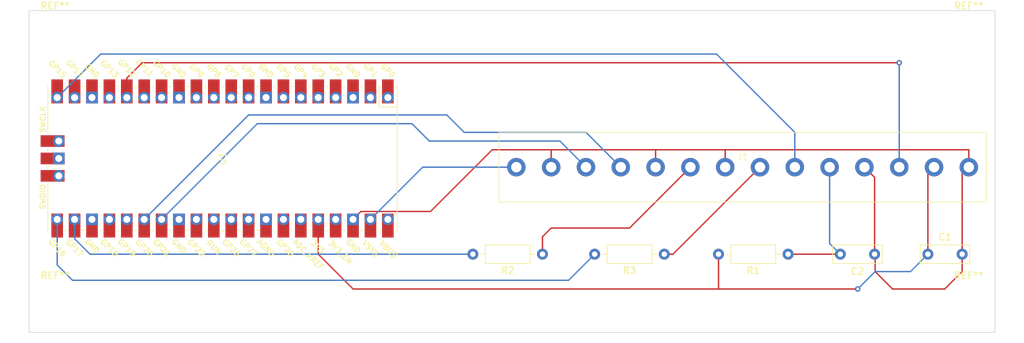
<source format=kicad_pcb>
(kicad_pcb (version 20221018) (generator pcbnew)
  (layers (0 "F.Cu" signal) (31 "B.Cu" signal) (34 "B.Paste" user) (35 "F.Paste" user) (36 "B.SilkS" user "B.Silkscreen") (37 "F.SilkS" user "F.Silkscreen") (38 "B.Mask" user) (39 "F.Mask" user) (44 "Edge.Cuts" user))
  (net 0 "")
  (net 1 "Net-(J1-Pin_13)")
  (net 3 "Net-(J1-Pin_11)")
  (net 4 "Net-(J1-Pin_10)")
  (net 5 "Net-(J1-Pin_1)")
  (net 6 "Net-(J1-Pin_3)")
  (net 7 "Net-(J1-Pin_4)")
  (net 8 "Net-(J1-Pin_6)")
  (net 9 "Net-(J1-Pin_8)")
  (net 10 "Net-(J1-Pin_9)")
  (net 11 "Net-(J1-Pin_12)")
  (net 12 "Net-(U1-GPIO17)")
  (net 13 "Net-(U1-GPIO16)")
  (net 28 "unconnected-(U1-GPIO11-Pad15)")
  (footprint "Resistor_THT:R_Axial_DIN0207_L6.3mm_D2.5mm_P10.16mm_Horizontal" (layer "F.Cu") (at 148.59 81.28 180)
    (fp_text reference "R2" (at 5.08 -2.37) (layer "F.SilkS"))
    (fp_text value "67Ω")
    (fp_line (start 1.04 0) (end 1.81 0) (stroke (width 0.12)) (layer "F.SilkS"))
    (fp_line (start 1.81 -1.37) (end 1.81 1.37) (stroke (width 0.12)) (layer "F.SilkS"))
    (fp_line (start 1.81 1.37) (end 8.35 1.37) (stroke (width 0.12)) (layer "F.SilkS"))
    (fp_line (start 8.35 -1.37) (end 1.81 -1.37) (stroke (width 0.12)) (layer "F.SilkS"))
    (fp_line (start 8.35 1.37) (end 8.35 -1.37) (stroke (width 0.12)) (layer "F.SilkS"))
    (fp_line (start 9.12 0) (end 8.35 0) (stroke (width 0.12)) (layer "F.SilkS"))
    (pad "1" thru_hole circle (at 0 0 180) (size 1.6 1.6) (drill 0.8) (layers "*.Cu" "*.Mask") (net 8 "Net-(J1-Pin_6)"))
    (pad "2" thru_hole oval (at 10.16 0 180) (size 1.6 1.6) (drill 0.8) (layers "*.Cu" "*.Mask") (net 12 "Net-(U1-GPIO17)"))
  )
  (footprint "Capacitor_THT:C_Disc_D7.0mm_W2.5mm_P5.00mm" (layer "F.Cu") (at 197.0632 81.28 180)
    (fp_text reference "C2" (at 2.5 -2.5) (layer "F.SilkS"))
    (fp_text value "100μF")
    (fp_line (start -1.12 -1.37) (end -1.12 1.37) (stroke (width 0.12)) (layer "F.SilkS"))
    (fp_line (start -1.12 -1.37) (end 6.12 -1.37) (stroke (width 0.12)) (layer "F.SilkS"))
    (fp_line (start -1.12 1.37) (end 6.12 1.37) (stroke (width 0.12)) (layer "F.SilkS"))
    (fp_line (start 6.12 -1.37) (end 6.12 1.37) (stroke (width 0.12)) (layer "F.SilkS"))
    (pad "1" thru_hole circle (at 0 0 180) (size 1.6 1.6) (drill 0.8) (layers "*.Cu" "*.Mask") (net 3 "Net-(J1-Pin_11)"))
    (pad "2" thru_hole circle (at 5 0 180) (size 1.6 1.6) (drill 0.8) (layers "*.Cu" "*.Mask") (net 4 "Net-(J1-Pin_10)"))
  )
  (footprint "MCU_RaspberryPi_and_Boards:RPi_Pico_SMD_TH" (layer "F.Cu") (at 101.8932 67.31 -90)
    (fp_text reference "U1" (at 0 0 90) (layer "F.SilkS"))
    (fp_text value "Pico")
    (fp_text user "VSYS" (at 13.2 -21.59 135) (layer "F.SilkS") (effects (font (size 0.8 0.8))))
    (fp_text user "GP15" (at -13.054 24.13 135) (layer "F.SilkS") (effects (font (size 0.8 0.8))))
    (fp_text user "GP5" (at -12.8 -8.89 135) (layer "F.SilkS") (effects (font (size 0.8 0.8))))
    (fp_text user "3V3" (at 12.9 -13.9 135) (layer "F.SilkS") (effects (font (size 0.8 0.8))))
    (fp_text user "GND" (at -12.8 -19.05 135) (layer "F.SilkS") (effects (font (size 0.8 0.8))))
    (fp_text user "GND" (at 12.8 19.05 135) (layer "F.SilkS") (effects (font (size 0.8 0.8))))
    (fp_text user "GP4" (at -12.8 -11.43 135) (layer "F.SilkS") (effects (font (size 0.8 0.8))))
    (fp_text user "GP27" (at 13.054 -3.8 135) (layer "F.SilkS") (effects (font (size 0.8 0.8))))
    (fp_text user "VBUS" (at 13.3 -24.2 135) (layer "F.SilkS") (effects (font (size 0.8 0.8))))
    (fp_text user "ADC_VREF" (at 14 -12.5 135) (layer "F.SilkS") (effects (font (size 0.8 0.8))))
    (fp_text user "GP26" (at 13.054 -1.27 135) (layer "F.SilkS") (effects (font (size 0.8 0.8))))
    (fp_text user "GP20" (at 13.054 11.43 135) (layer "F.SilkS") (effects (font (size 0.8 0.8))))
    (fp_text user "GP10" (at -13.054 8.89 135) (layer "F.SilkS") (effects (font (size 0.8 0.8))))
    (fp_text user "GP7" (at -12.7 -1.3 135) (layer "F.SilkS") (effects (font (size 0.8 0.8))))
    (fp_text user "GP14" (at -13.1 21.59 135) (layer "F.SilkS") (effects (font (size 0.8 0.8))))
    (fp_text user "GP12" (at -13.2 13.97 135) (layer "F.SilkS") (effects (font (size 0.8 0.8))))
    (fp_text user "GND" (at 12.8 -19.05 135) (layer "F.SilkS") (effects (font (size 0.8 0.8))))
    (fp_text user "GND" (at -12.8 -6.35 135) (layer "F.SilkS") (effects (font (size 0.8 0.8))))
    (fp_text user "SWCLK" (at -5.7 26.2 90) (layer "F.SilkS") (effects (font (size 0.8 0.8))))
    (fp_text user "GND" (at -12.8 19.05 135) (layer "F.SilkS") (effects (font (size 0.8 0.8))))
    (fp_text user "GP18" (at 13.054 16.51 135) (layer "F.SilkS") (effects (font (size 0.8 0.8))))
    (fp_text user "GP22" (at 13.054 3.81 135) (layer "F.SilkS") (effects (font (size 0.8 0.8))))
    (fp_text user "GP16" (at 13.054 24.13 135) (layer "F.SilkS") (effects (font (size 0.8 0.8))))
    (fp_text user "GP13" (at -13.054 16.51 135) (layer "F.SilkS") (effects (font (size 0.8 0.8))))
    (fp_text user "GP9" (at -12.8 3.81 135) (layer "F.SilkS") (effects (font (size 0.8 0.8))))
    (fp_text user "GP19" (at 13.054 13.97 135) (layer "F.SilkS") (effects (font (size 0.8 0.8))))
    (fp_text user "3V3_EN" (at 13.7 -17.2 135) (layer "F.SilkS") (effects (font (size 0.8 0.8))))
    (fp_text user "GP8" (at -12.8 1.27 135) (layer "F.SilkS") (effects (font (size 0.8 0.8))))
    (fp_text user "GND" (at 12.8 6.35 135) (layer "F.SilkS") (effects (font (size 0.8 0.8))))
    (fp_text user "GND" (at -12.8 6.35 135) (layer "F.SilkS") (effects (font (size 0.8 0.8))))
    (fp_text user "AGND" (at 13.054 -6.35 135) (layer "F.SilkS") (effects (font (size 0.8 0.8))))
    (fp_text user "GP21" (at 13.054 8.9 135) (layer "F.SilkS") (effects (font (size 0.8 0.8))))
    (fp_text user "SWDIO" (at 5.6 26.2 90) (layer "F.SilkS") (effects (font (size 0.8 0.8))))
    (fp_text user "GP0" (at -12.8 -24.13 135) (layer "F.SilkS") (effects (font (size 0.8 0.8))))
    (fp_text user "GP11" (at -13.2 11.43 135) (layer "F.SilkS") (effects (font (size 0.8 0.8))))
    (fp_text user "GP3" (at -12.8 -13.97 135) (layer "F.SilkS") (effects (font (size 0.8 0.8))))
    (fp_text user "GP6" (at -12.8 -3.81 135) (layer "F.SilkS") (effects (font (size 0.8 0.8))))
    (fp_text user "RUN" (at 13 1.27 135) (layer "F.SilkS") (effects (font (size 0.8 0.8))))
    (fp_text user "GP28" (at 13.054 -9.144 135) (layer "F.SilkS") (effects (font (size 0.8 0.8))))
    (fp_text user "GP1" (at -12.9 -21.6 135) (layer "F.SilkS") (effects (font (size 0.8 0.8))))
    (fp_text user "GP17" (at 13.054 21.59 135) (layer "F.SilkS") (effects (font (size 0.8 0.8))))
    (fp_text user "GP2" (at -12.9 -16.51 135) (layer "F.SilkS") (effects (font (size 0.8 0.8))))
    (fp_line (start -10.5 -25.5) (end -10.5 -25.2) (stroke (width 0.12)) (layer "F.SilkS"))
    (fp_line (start -10.5 -25.5) (end 10.5 -25.5) (stroke (width 0.12)) (layer "F.SilkS"))
    (fp_line (start -10.5 -23.1) (end -10.5 -22.7) (stroke (width 0.12)) (layer "F.SilkS"))
    (fp_line (start -10.5 -22.833) (end -7.493 -22.833) (stroke (width 0.12)) (layer "F.SilkS"))
    (fp_line (start -10.5 -20.5) (end -10.5 -20.1) (stroke (width 0.12)) (layer "F.SilkS"))
    (fp_line (start -10.5 -18) (end -10.5 -17.6) (stroke (width 0.12)) (layer "F.SilkS"))
    (fp_line (start -10.5 -15.4) (end -10.5 -15) (stroke (width 0.12)) (layer "F.SilkS"))
    (fp_line (start -10.5 -12.9) (end -10.5 -12.5) (stroke (width 0.12)) (layer "F.SilkS"))
    (fp_line (start -10.5 -10.4) (end -10.5 -10) (stroke (width 0.12)) (layer "F.SilkS"))
    (fp_line (start -10.5 -7.8) (end -10.5 -7.4) (stroke (width 0.12)) (layer "F.SilkS"))
    (fp_line (start -10.5 -5.3) (end -10.5 -4.9) (stroke (width 0.12)) (layer "F.SilkS"))
    (fp_line (start -10.5 -2.7) (end -10.5 -2.3) (stroke (width 0.12)) (layer "F.SilkS"))
    (fp_line (start -10.5 -0.2) (end -10.5 0.2) (stroke (width 0.12)) (layer "F.SilkS"))
    (fp_line (start -10.5 2.3) (end -10.5 2.7) (stroke (width 0.12)) (layer "F.SilkS"))
    (fp_line (start -10.5 4.9) (end -10.5 5.3) (stroke (width 0.12)) (layer "F.SilkS"))
    (fp_line (start -10.5 7.4) (end -10.5 7.8) (stroke (width 0.12)) (layer "F.SilkS"))
    (fp_line (start -10.5 10) (end -10.5 10.4) (stroke (width 0.12)) (layer "F.SilkS"))
    (fp_line (start -10.5 12.5) (end -10.5 12.9) (stroke (width 0.12)) (layer "F.SilkS"))
    (fp_line (start -10.5 15.1) (end -10.5 15.5) (stroke (width 0.12)) (layer "F.SilkS"))
    (fp_line (start -10.5 17.6) (end -10.5 18) (stroke (width 0.12)) (layer "F.SilkS"))
    (fp_line (start -10.5 20.1) (end -10.5 20.5) (stroke (width 0.12)) (layer "F.SilkS"))
    (fp_line (start -10.5 22.7) (end -10.5 23.1) (stroke (width 0.12)) (layer "F.SilkS"))
    (fp_line (start -7.493 -22.833) (end -7.493 -25.5) (stroke (width 0.12)) (layer "F.SilkS"))
    (fp_line (start -3.7 25.5) (end -10.5 25.5) (stroke (width 0.12)) (layer "F.SilkS"))
    (fp_line (start -1.5 25.5) (end -1.1 25.5) (stroke (width 0.12)) (layer "F.SilkS"))
    (fp_line (start 1.1 25.5) (end 1.5 25.5) (stroke (width 0.12)) (layer "F.SilkS"))
    (fp_line (start 10.5 -25.5) (end 10.5 -25.2) (stroke (width 0.12)) (layer "F.SilkS"))
    (fp_line (start 10.5 -23.1) (end 10.5 -22.7) (stroke (width 0.12)) (layer "F.SilkS"))
    (fp_line (start 10.5 -20.5) (end 10.5 -20.1) (stroke (width 0.12)) (layer "F.SilkS"))
    (fp_line (start 10.5 -18) (end 10.5 -17.6) (stroke (width 0.12)) (layer "F.SilkS"))
    (fp_line (start 10.5 -15.4) (end 10.5 -15) (stroke (width 0.12)) (layer "F.SilkS"))
    (fp_line (start 10.5 -12.9) (end 10.5 -12.5) (stroke (width 0.12)) (layer "F.SilkS"))
    (fp_line (start 10.5 -10.4) (end 10.5 -10) (stroke (width 0.12)) (layer "F.SilkS"))
    (fp_line (start 10.5 -7.8) (end 10.5 -7.4) (stroke (width 0.12)) (layer "F.SilkS"))
    (fp_line (start 10.5 -5.3) (end 10.5 -4.9) (stroke (width 0.12)) (layer "F.SilkS"))
    (fp_line (start 10.5 -2.7) (end 10.5 -2.3) (stroke (width 0.12)) (layer "F.SilkS"))
    (fp_line (start 10.5 -0.2) (end 10.5 0.2) (stroke (width 0.12)) (layer "F.SilkS"))
    (fp_line (start 10.5 2.3) (end 10.5 2.7) (stroke (width 0.12)) (layer "F.SilkS"))
    (fp_line (start 10.5 4.9) (end 10.5 5.3) (stroke (width 0.12)) (layer "F.SilkS"))
    (fp_line (start 10.5 7.4) (end 10.5 7.8) (stroke (width 0.12)) (layer "F.SilkS"))
    (fp_line (start 10.5 10) (end 10.5 10.4) (stroke (width 0.12)) (layer "F.SilkS"))
    (fp_line (start 10.5 12.5) (end 10.5 12.9) (stroke (width 0.12)) (layer "F.SilkS"))
    (fp_line (start 10.5 15.1) (end 10.5 15.5) (stroke (width 0.12)) (layer "F.SilkS"))
    (fp_line (start 10.5 17.6) (end 10.5 18) (stroke (width 0.12)) (layer "F.SilkS"))
    (fp_line (start 10.5 20.1) (end 10.5 20.5) (stroke (width 0.12)) (layer "F.SilkS"))
    (fp_line (start 10.5 22.7) (end 10.5 23.1) (stroke (width 0.12)) (layer "F.SilkS"))
    (fp_line (start 10.5 25.5) (end 3.7 25.5) (stroke (width 0.12)) (layer "F.SilkS"))
    (pad "" np_thru_hole oval (at -2.725 -24 270) (size 1.8 1.8) (drill 1.8) (layers "*.Cu" "*.Mask"))
    (pad "" np_thru_hole oval (at -2.425 -20.97 270) (size 1.5 1.5) (drill 1.5) (layers "*.Cu" "*.Mask"))
    (pad "" np_thru_hole oval (at 2.425 -20.97 270) (size 1.5 1.5) (drill 1.5) (layers "*.Cu" "*.Mask"))
    (pad "" np_thru_hole oval (at 2.725 -24 270) (size 1.8 1.8) (drill 1.8) (layers "*.Cu" "*.Mask"))
    (pad "1" thru_hole oval (at -8.89 -24.13 270) (size 1.7 1.7) (drill 1.02) (layers "*.Cu" "*.Mask"))
    (pad "1" smd rect (at -8.89 -24.13 270) (size 3.5 1.7) (drill (offset -0.9 0)) (layers "F.Cu" "F.Mask"))
    (pad "2" thru_hole oval (at -8.89 -21.59 270) (size 1.7 1.7) (drill 1.02) (layers "*.Cu" "*.Mask"))
    (pad "2" smd rect (at -8.89 -21.59 270) (size 3.5 1.7) (drill (offset -0.9 0)) (layers "F.Cu" "F.Mask"))
    (pad "3" thru_hole rect (at -8.89 -19.05 270) (size 1.7 1.7) (drill 1.02) (layers "*.Cu" "*.Mask"))
    (pad "3" smd rect (at -8.89 -19.05 270) (size 3.5 1.7) (drill (offset -0.9 0)) (layers "F.Cu" "F.Mask"))
    (pad "4" thru_hole oval (at -8.89 -16.51 270) (size 1.7 1.7) (drill 1.02) (layers "*.Cu" "*.Mask"))
    (pad "4" smd rect (at -8.89 -16.51 270) (size 3.5 1.7) (drill (offset -0.9 0)) (layers "F.Cu" "F.Mask"))
    (pad "5" thru_hole oval (at -8.89 -13.97 270) (size 1.7 1.7) (drill 1.02) (layers "*.Cu" "*.Mask"))
    (pad "5" smd rect (at -8.89 -13.97 270) (size 3.5 1.7) (drill (offset -0.9 0)) (layers "F.Cu" "F.Mask"))
    (pad "6" thru_hole oval (at -8.89 -11.43 270) (size 1.7 1.7) (drill 1.02) (layers "*.Cu" "*.Mask"))
    (pad "6" smd rect (at -8.89 -11.43 270) (size 3.5 1.7) (drill (offset -0.9 0)) (layers "F.Cu" "F.Mask"))
    (pad "7" thru_hole oval (at -8.89 -8.89 270) (size 1.7 1.7) (drill 1.02) (layers "*.Cu" "*.Mask"))
    (pad "7" smd rect (at -8.89 -8.89 270) (size 3.5 1.7) (drill (offset -0.9 0)) (layers "F.Cu" "F.Mask"))
    (pad "8" thru_hole rect (at -8.89 -6.35 270) (size 1.7 1.7) (drill 1.02) (layers "*.Cu" "*.Mask"))
    (pad "8" smd rect (at -8.89 -6.35 270) (size 3.5 1.7) (drill (offset -0.9 0)) (layers "F.Cu" "F.Mask"))
    (pad "9" thru_hole oval (at -8.89 -3.81 270) (size 1.7 1.7) (drill 1.02) (layers "*.Cu" "*.Mask"))
    (pad "9" smd rect (at -8.89 -3.81 270) (size 3.5 1.7) (drill (offset -0.9 0)) (layers "F.Cu" "F.Mask"))
    (pad "10" thru_hole oval (at -8.89 -1.27 270) (size 1.7 1.7) (drill 1.02) (layers "*.Cu" "*.Mask"))
    (pad "10" smd rect (at -8.89 -1.27 270) (size 3.5 1.7) (drill (offset -0.9 0)) (layers "F.Cu" "F.Mask"))
    (pad "11" thru_hole oval (at -8.89 1.27 270) (size 1.7 1.7) (drill 1.02) (layers "*.Cu" "*.Mask"))
    (pad "11" smd rect (at -8.89 1.27 270) (size 3.5 1.7) (drill (offset -0.9 0)) (layers "F.Cu" "F.Mask"))
    (pad "12" thru_hole oval (at -8.89 3.81 270) (size 1.7 1.7) (drill 1.02) (layers "*.Cu" "*.Mask"))
    (pad "12" smd rect (at -8.89 3.81 270) (size 3.5 1.7) (drill (offset -0.9 0)) (layers "F.Cu" "F.Mask"))
    (pad "13" thru_hole rect (at -8.89 6.35 270) (size 1.7 1.7) (drill 1.02) (layers "*.Cu" "*.Mask"))
    (pad "13" smd rect (at -8.89 6.35 270) (size 3.5 1.7) (drill (offset -0.9 0)) (layers "F.Cu" "F.Mask"))
    (pad "14" thru_hole oval (at -8.89 8.89 270) (size 1.7 1.7) (drill 1.02) (layers "*.Cu" "*.Mask"))
    (pad "14" smd rect (at -8.89 8.89 270) (size 3.5 1.7) (drill (offset -0.9 0)) (layers "F.Cu" "F.Mask"))
    (pad "15" thru_hole oval (at -8.89 11.43 270) (size 1.7 1.7) (drill 1.02) (layers "*.Cu" "*.Mask") (net 28 "unconnected-(U1-GPIO11-Pad15)"))
    (pad "15" smd rect (at -8.89 11.43 270) (size 3.5 1.7) (drill (offset -0.9 0)) (layers "F.Cu" "F.Mask") (net 28 "unconnected-(U1-GPIO11-Pad15)"))
    (pad "16" thru_hole oval (at -8.89 13.97 270) (size 1.7 1.7) (drill 1.02) (layers "*.Cu" "*.Mask") (net 11 "Net-(J1-Pin_12)"))
    (pad "16" smd rect (at -8.89 13.97 270) (size 3.5 1.7) (drill (offset -0.9 0)) (layers "F.Cu" "F.Mask") (net 11 "Net-(J1-Pin_12)"))
    (pad "17" thru_hole oval (at -8.89 16.51 270) (size 1.7 1.7) (drill 1.02) (layers "*.Cu" "*.Mask"))
    (pad "17" smd rect (at -8.89 16.51 270) (size 3.5 1.7) (drill (offset -0.9 0)) (layers "F.Cu" "F.Mask"))
    (pad "18" thru_hole rect (at -8.89 19.05 270) (size 1.7 1.7) (drill 1.02) (layers "*.Cu" "*.Mask"))
    (pad "18" smd rect (at -8.89 19.05 270) (size 3.5 1.7) (drill (offset -0.9 0)) (layers "F.Cu" "F.Mask"))
    (pad "19" thru_hole oval (at -8.89 21.59 270) (size 1.7 1.7) (drill 1.02) (layers "*.Cu" "*.Mask"))
    (pad "19" smd rect (at -8.89 21.59 270) (size 3.5 1.7) (drill (offset -0.9 0)) (layers "F.Cu" "F.Mask"))
    (pad "20" thru_hole oval (at -8.89 24.13 270) (size 1.7 1.7) (drill 1.02) (layers "*.Cu" "*.Mask") (net 10 "Net-(J1-Pin_9)"))
    (pad "20" smd rect (at -8.89 24.13 270) (size 3.5 1.7) (drill (offset -0.9 0)) (layers "F.Cu" "F.Mask") (net 10 "Net-(J1-Pin_9)"))
    (pad "21" thru_hole oval (at 8.89 24.13 270) (size 1.7 1.7) (drill 1.02) (layers "*.Cu" "*.Mask") (net 13 "Net-(U1-GPIO16)"))
    (pad "21" smd rect (at 8.89 24.13 270) (size 3.5 1.7) (drill (offset 0.9 0)) (layers "F.Cu" "F.Mask") (net 13 "Net-(U1-GPIO16)"))
    (pad "22" thru_hole oval (at 8.89 21.59 270) (size 1.7 1.7) (drill 1.02) (layers "*.Cu" "*.Mask") (net 12 "Net-(U1-GPIO17)"))
    (pad "22" smd rect (at 8.89 21.59 270) (size 3.5 1.7) (drill (offset 0.9 0)) (layers "F.Cu" "F.Mask") (net 12 "Net-(U1-GPIO17)"))
    (pad "23" thru_hole rect (at 8.89 19.05 270) (size 1.7 1.7) (drill 1.02) (layers "*.Cu" "*.Mask"))
    (pad "23" smd rect (at 8.89 19.05 270) (size 3.5 1.7) (drill (offset 0.9 0)) (layers "F.Cu" "F.Mask"))
    (pad "24" thru_hole oval (at 8.89 16.51 270) (size 1.7 1.7) (drill 1.02) (layers "*.Cu" "*.Mask"))
    (pad "24" smd rect (at 8.89 16.51 270) (size 3.5 1.7) (drill (offset 0.9 0)) (layers "F.Cu" "F.Mask"))
    (pad "25" thru_hole oval (at 8.89 13.97 270) (size 1.7 1.7) (drill 1.02) (layers "*.Cu" "*.Mask"))
    (pad "25" smd rect (at 8.89 13.97 270) (size 3.5 1.7) (drill (offset 0.9 0)) (layers "F.Cu" "F.Mask"))
    (pad "26" thru_hole oval (at 8.89 11.43 270) (size 1.7 1.7) (drill 1.02) (layers "*.Cu" "*.Mask") (net 7 "Net-(J1-Pin_4)"))
    (pad "26" smd rect (at 8.89 11.43 270) (size 3.5 1.7) (drill (offset 0.9 0)) (layers "F.Cu" "F.Mask") (net 7 "Net-(J1-Pin_4)"))
    (pad "27" thru_hole oval (at 8.89 8.89 270) (size 1.7 1.7) (drill 1.02) (layers "*.Cu" "*.Mask") (net 6 "Net-(J1-Pin_3)"))
    (pad "27" smd rect (at 8.89 8.89 270) (size 3.5 1.7) (drill (offset 0.9 0)) (layers "F.Cu" "F.Mask") (net 6 "Net-(J1-Pin_3)"))
    (pad "28" thru_hole rect (at 8.89 6.35 270) (size 1.7 1.7) (drill 1.02) (layers "*.Cu" "*.Mask"))
    (pad "28" smd rect (at 8.89 6.35 270) (size 3.5 1.7) (drill (offset 0.9 0)) (layers "F.Cu" "F.Mask"))
    (pad "29" thru_hole oval (at 8.89 3.81 270) (size 1.7 1.7) (drill 1.02) (layers "*.Cu" "*.Mask"))
    (pad "29" smd rect (at 8.89 3.81 270) (size 3.5 1.7) (drill (offset 0.9 0)) (layers "F.Cu" "F.Mask"))
    (pad "30" thru_hole oval (at 8.89 1.27 270) (size 1.7 1.7) (drill 1.02) (layers "*.Cu" "*.Mask"))
    (pad "30" smd rect (at 8.89 1.27 270) (size 3.5 1.7) (drill (offset 0.9 0)) (layers "F.Cu" "F.Mask"))
    (pad "31" thru_hole oval (at 8.89 -1.27 270) (size 1.7 1.7) (drill 1.02) (layers "*.Cu" "*.Mask"))
    (pad "31" smd rect (at 8.89 -1.27 270) (size 3.5 1.7) (drill (offset 0.9 0)) (layers "F.Cu" "F.Mask"))
    (pad "32" thru_hole oval (at 8.89 -3.81 270) (size 1.7 1.7) (drill 1.02) (layers "*.Cu" "*.Mask"))
    (pad "32" smd rect (at 8.89 -3.81 270) (size 3.5 1.7) (drill (offset 0.9 0)) (layers "F.Cu" "F.Mask"))
    (pad "33" thru_hole rect (at 8.89 -6.35 270) (size 1.7 1.7) (drill 1.02) (layers "*.Cu" "*.Mask"))
    (pad "33" smd rect (at 8.89 -6.35 270) (size 3.5 1.7) (drill (offset 0.9 0)) (layers "F.Cu" "F.Mask"))
    (pad "34" thru_hole oval (at 8.89 -8.89 270) (size 1.7 1.7) (drill 1.02) (layers "*.Cu" "*.Mask"))
    (pad "34" smd rect (at 8.89 -8.89 270) (size 3.5 1.7) (drill (offset 0.9 0)) (layers "F.Cu" "F.Mask"))
    (pad "35" thru_hole oval (at 8.89 -11.43 270) (size 1.7 1.7) (drill 1.02) (layers "*.Cu" "*.Mask"))
    (pad "35" smd rect (at 8.89 -11.43 270) (size 3.5 1.7) (drill (offset 0.9 0)) (layers "F.Cu" "F.Mask"))
    (pad "36" thru_hole oval (at 8.89 -13.97 270) (size 1.7 1.7) (drill 1.02) (layers "*.Cu" "*.Mask") (net 1 "Net-(J1-Pin_13)"))
    (pad "36" smd rect (at 8.89 -13.97 270) (size 3.5 1.7) (drill (offset 0.9 0)) (layers "F.Cu" "F.Mask") (net 1 "Net-(J1-Pin_13)"))
    (pad "37" thru_hole oval (at 8.89 -16.51 270) (size 1.7 1.7) (drill 1.02) (layers "*.Cu" "*.Mask"))
    (pad "37" smd rect (at 8.89 -16.51 270) (size 3.5 1.7) (drill (offset 0.9 0)) (layers "F.Cu" "F.Mask"))
    (pad "38" thru_hole rect (at 8.89 -19.05 270) (size 1.7 1.7) (drill 1.02) (layers "*.Cu" "*.Mask") (net 3 "Net-(J1-Pin_11)"))
    (pad "38" smd rect (at 8.89 -19.05 270) (size 3.5 1.7) (drill (offset 0.9 0)) (layers "F.Cu" "F.Mask") (net 3 "Net-(J1-Pin_11)"))
    (pad "39" thru_hole oval (at 8.89 -21.59 270) (size 1.7 1.7) (drill 1.02) (layers "*.Cu" "*.Mask") (net 5 "Net-(J1-Pin_1)"))
    (pad "39" smd rect (at 8.89 -21.59 270) (size 3.5 1.7) (drill (offset 0.9 0)) (layers "F.Cu" "F.Mask") (net 5 "Net-(J1-Pin_1)"))
    (pad "40" thru_hole oval (at 8.89 -24.13 270) (size 1.7 1.7) (drill 1.02) (layers "*.Cu" "*.Mask"))
    (pad "40" smd rect (at 8.89 -24.13 270) (size 3.5 1.7) (drill (offset 0.9 0)) (layers "F.Cu" "F.Mask"))
    (pad "41" thru_hole oval (at -2.54 23.9 270) (size 1.7 1.7) (drill 1.02) (layers "*.Cu" "*.Mask"))
    (pad "41" smd rect (at -2.54 23.9) (size 3.5 1.7) (drill (offset -0.9 0)) (layers "F.Cu" "F.Mask"))
    (pad "42" thru_hole rect (at 0 23.9 270) (size 1.7 1.7) (drill 1.02) (layers "*.Cu" "*.Mask"))
    (pad "42" smd rect (at 0 23.9) (size 3.5 1.7) (drill (offset -0.9 0)) (layers "F.Cu" "F.Mask"))
    (pad "43" thru_hole oval (at 2.54 23.9 270) (size 1.7 1.7) (drill 1.02) (layers "*.Cu" "*.Mask"))
    (pad "43" smd rect (at 2.54 23.9) (size 3.5 1.7) (drill (offset -0.9 0)) (layers "F.Cu" "F.Mask"))
  )
  (footprint "MountingHole:MountingHole_3.5mm" (layer "F.Cu") (at 210.82 88.9)
    (fp_text reference "REF**" (at 0 -4.5) (layer "F.SilkS"))
    (fp_text value "MountingHole_3.5mm")
    (pad "" np_thru_hole circle (at 0 0) (size 3.5 3.5) (drill 3.5) (layers "*.Cu" "*.Mask"))
  )
  (footprint "Resistor_THT:R_Axial_DIN0207_L6.3mm_D2.5mm_P10.16mm_Horizontal" (layer "F.Cu") (at 184.4432 81.28 180)
    (fp_text reference "R1" (at 5.08 -2.37) (layer "F.SilkS"))
    (fp_text value "67Ω")
    (fp_line (start 1.04 0) (end 1.81 0) (stroke (width 0.12)) (layer "F.SilkS"))
    (fp_line (start 1.81 -1.37) (end 1.81 1.37) (stroke (width 0.12)) (layer "F.SilkS"))
    (fp_line (start 1.81 1.37) (end 8.35 1.37) (stroke (width 0.12)) (layer "F.SilkS"))
    (fp_line (start 8.35 -1.37) (end 1.81 -1.37) (stroke (width 0.12)) (layer "F.SilkS"))
    (fp_line (start 8.35 1.37) (end 8.35 -1.37) (stroke (width 0.12)) (layer "F.SilkS"))
    (fp_line (start 9.12 0) (end 8.35 0) (stroke (width 0.12)) (layer "F.SilkS"))
    (pad "1" thru_hole circle (at 0 0 180) (size 1.6 1.6) (drill 0.8) (layers "*.Cu" "*.Mask") (net 4 "Net-(J1-Pin_10)"))
    (pad "2" thru_hole oval (at 10.16 0 180) (size 1.6 1.6) (drill 0.8) (layers "*.Cu" "*.Mask") (net 1 "Net-(J1-Pin_13)"))
  )
  (footprint "MountingHole:MountingHole_3.5mm" (layer "F.Cu") (at 210.82 49.53)
    (fp_text reference "REF**" (at 0 -4.5) (layer "F.SilkS"))
    (fp_text value "MountingHole_3.5mm")
    (pad "" np_thru_hole circle (at 0 0) (size 3.5 3.5) (drill 3.5) (layers "*.Cu" "*.Mask"))
  )
  (footprint "MountingHole:MountingHole_3.5mm" (layer "F.Cu") (at 77.47 88.9)
    (fp_text reference "REF**" (at 0 -4.5) (layer "F.SilkS"))
    (fp_text value "MountingHole_3.5mm")
    (pad "" np_thru_hole circle (at 0 0) (size 3.5 3.5) (drill 3.5) (layers "*.Cu" "*.Mask"))
  )
  (footprint "Library:terminal_block_14" (layer "F.Cu") (at 177.8 71.12)
    (fp_text reference "J1" (at 0 -4.04 unlocked) (layer "F.SilkS") (effects (font (thickness 0.1))))
    (fp_text value "Screw_Terminal_01x14")
    (fp_rect (start -35.56 2.54) (end 35.56 -7.62) (stroke (width 0.1)) (fill none) (layer "F.SilkS"))
    (pad "1" thru_hole circle (at -33.02 -2.54) (size 2.7 2.7) (drill 1.524) (layers "*.Cu" "*.Mask") (net 5 "Net-(J1-Pin_1)"))
    (pad "2" thru_hole circle (at -27.94 -2.54) (size 2.7 2.7) (drill 1.524) (layers "*.Cu" "*.Mask") (net 3 "Net-(J1-Pin_11)"))
    (pad "3" thru_hole circle (at -22.86 -2.54) (size 2.7 2.7) (drill 1.524) (layers "*.Cu" "*.Mask") (net 6 "Net-(J1-Pin_3)"))
    (pad "4" thru_hole circle (at -17.78 -2.54) (size 2.7 2.7) (drill 1.524) (layers "*.Cu" "*.Mask") (net 7 "Net-(J1-Pin_4)"))
    (pad "5" thru_hole circle (at -12.7 -2.54) (size 2.7 2.7) (drill 1.524) (layers "*.Cu" "*.Mask") (net 3 "Net-(J1-Pin_11)"))
    (pad "6" thru_hole circle (at -7.62 -2.54) (size 2.7 2.7) (drill 1.524) (layers "*.Cu" "*.Mask") (net 8 "Net-(J1-Pin_6)"))
    (pad "7" thru_hole circle (at -2.54 -2.54) (size 2.7 2.7) (drill 1.524) (layers "*.Cu" "*.Mask") (net 3 "Net-(J1-Pin_11)"))
    (pad "8" thru_hole circle (at 2.54 -2.54) (size 2.7 2.7) (drill 1.524) (layers "*.Cu" "*.Mask") (net 9 "Net-(J1-Pin_8)"))
    (pad "9" thru_hole circle (at 7.62 -2.54) (size 2.7 2.7) (drill 1.524) (layers "*.Cu" "*.Mask") (net 10 "Net-(J1-Pin_9)"))
    (pad "10" thru_hole circle (at 12.7 -2.54) (size 2.7 2.7) (drill 1.524) (layers "*.Cu" "*.Mask") (net 4 "Net-(J1-Pin_10)"))
    (pad "11" thru_hole circle (at 17.78 -2.54) (size 2.7 2.7) (drill 1.524) (layers "*.Cu" "*.Mask") (net 3 "Net-(J1-Pin_11)"))
    (pad "12" thru_hole circle (at 22.86 -2.54) (size 2.7 2.7) (drill 1.524) (layers "*.Cu" "*.Mask") (net 11 "Net-(J1-Pin_12)"))
    (pad "13" thru_hole circle (at 27.94 -2.54) (size 2.7 2.7) (drill 1.524) (layers "*.Cu" "*.Mask") (net 1 "Net-(J1-Pin_13)"))
    (pad "14" thru_hole circle (at 33.02 -2.54) (size 2.7 2.7) (drill 1.524) (layers "*.Cu" "*.Mask") (net 3 "Net-(J1-Pin_11)"))
  )
  (footprint "MountingHole:MountingHole_3.5mm" (layer "F.Cu") (at 77.47 49.53)
    (fp_text reference "REF**" (at 0 -4.5) (layer "F.SilkS"))
    (fp_text value "MountingHole_3.5mm")
    (pad "" np_thru_hole circle (at 0 0) (size 3.5 3.5) (drill 3.5) (layers "*.Cu" "*.Mask"))
  )
  (footprint "Capacitor_THT:C_Disc_D7.0mm_W2.5mm_P5.00mm" (layer "F.Cu") (at 204.8432 81.28)
    (fp_text reference "C1" (at 2.5 -2.5) (layer "F.SilkS"))
    (fp_text value "100pF")
    (fp_line (start -1.12 -1.37) (end -1.12 1.37) (stroke (width 0.12)) (layer "F.SilkS"))
    (fp_line (start -1.12 -1.37) (end 6.12 -1.37) (stroke (width 0.12)) (layer "F.SilkS"))
    (fp_line (start -1.12 1.37) (end 6.12 1.37) (stroke (width 0.12)) (layer "F.SilkS"))
    (fp_line (start 6.12 -1.37) (end 6.12 1.37) (stroke (width 0.12)) (layer "F.SilkS"))
    (pad "1" thru_hole circle (at 0 0) (size 1.6 1.6) (drill 0.8) (layers "*.Cu" "*.Mask") (net 1 "Net-(J1-Pin_13)"))
    (pad "2" thru_hole circle (at 5 0) (size 1.6 1.6) (drill 0.8) (layers "*.Cu" "*.Mask") (net 3 "Net-(J1-Pin_11)"))
  )
  (footprint "Resistor_THT:R_Axial_DIN0207_L6.3mm_D2.5mm_P10.16mm_Horizontal" (layer "F.Cu") (at 166.37 81.28 180)
    (fp_text reference "R3" (at 5.08 -2.37) (layer "F.SilkS"))
    (fp_text value "67Ω")
    (fp_line (start 1.04 0) (end 1.81 0) (stroke (width 0.12)) (layer "F.SilkS"))
    (fp_line (start 1.81 -1.37) (end 1.81 1.37) (stroke (width 0.12)) (layer "F.SilkS"))
    (fp_line (start 1.81 1.37) (end 8.35 1.37) (stroke (width 0.12)) (layer "F.SilkS"))
    (fp_line (start 8.35 -1.37) (end 1.81 -1.37) (stroke (width 0.12)) (layer "F.SilkS"))
    (fp_line (start 8.35 1.37) (end 8.35 -1.37) (stroke (width 0.12)) (layer "F.SilkS"))
    (fp_line (start 9.12 0) (end 8.35 0) (stroke (width 0.12)) (layer "F.SilkS"))
    (pad "1" thru_hole circle (at 0 0 180) (size 1.6 1.6) (drill 0.8) (layers "*.Cu" "*.Mask") (net 9 "Net-(J1-Pin_8)"))
    (pad "2" thru_hole oval (at 10.16 0 180) (size 1.6 1.6) (drill 0.8) (layers "*.Cu" "*.Mask") (net 13 "Net-(U1-GPIO16)"))
  )
  (gr_rect (start 73.66 45.72) (end 214.63 92.71) (stroke (width 0.1)) (fill none) (layer "Edge.Cuts"))
  (segment (start 204.8432 69.4768) (end 205.74 68.58) (width 0.2032) (layer "F.Cu") (net 1))
  (segment (start 115.8632 81.28) (end 120.9432 86.36) (width 0.2032) (layer "F.Cu") (net 1))
  (segment (start 115.8632 76.2) (end 115.8632 81.28) (width 0.2032) (layer "F.Cu") (net 1))
  (segment (start 174.2832 86.36) (end 174.2832 81.28) (width 0.2032) (layer "F.Cu") (net 1))
  (segment (start 120.9432 86.36) (end 174.2832 86.36) (width 0.2032) (layer "F.Cu") (net 1))
  (segment (start 204.8432 81.28) (end 204.8432 69.4768) (width 0.2032) (layer "F.Cu") (net 1))
  (segment (start 174.2832 86.36) (end 194.6032 86.36) (width 0.2032) (layer "F.Cu") (net 1))
  (via (at 194.6032 86.36) (size 0.8) (drill 0.4) (layers "F.Cu" "B.Cu") (net 1))
  (segment (start 202.3032 83.82) (end 204.8432 81.28) (width 0.2032) (layer "B.Cu") (net 1))
  (segment (start 197.1432 83.82) (end 202.3032 83.82) (width 0.2032) (layer "B.Cu") (net 1))
  (segment (start 194.6032 86.36) (end 197.1432 83.82) (width 0.2032) (layer "B.Cu") (net 1))
  (segment (start 209.8432 81.28) (end 209.8432 69.5568) (width 0.2032) (layer "F.Cu") (net 3))
  (segment (start 149.86 66.04) (end 165.1 66.04) (width 0.2032) (layer "F.Cu") (net 3))
  (segment (start 149.86 66.04) (end 149.86 68.58) (width 0.2032) (layer "F.Cu") (net 3))
  (segment (start 122.0948 75.0484) (end 132.2548 75.0484) (width 0.2032) (layer "F.Cu") (net 3))
  (segment (start 197.0632 81.28) (end 197.0632 70.0632) (width 0.2032) (layer "F.Cu") (net 3))
  (segment (start 210.82 66.04) (end 195.58 66.04) (width 0.2032) (layer "F.Cu") (net 3))
  (segment (start 132.2548 75.0484) (end 141.2632 66.04) (width 0.2032) (layer "F.Cu") (net 3))
  (segment (start 209.8432 69.5568) (end 210.82 68.58) (width 0.2032) (layer "F.Cu") (net 3))
  (segment (start 199.6832 86.36) (end 197.1432 83.82) (width 0.2032) (layer "F.Cu") (net 3))
  (segment (start 175.26 66.04) (end 195.58 66.04) (width 0.2032) (layer "F.Cu") (net 3))
  (segment (start 210.82 68.58) (end 210.82 66.04) (width 0.2032) (layer "F.Cu") (net 3))
  (segment (start 141.2632 66.04) (end 149.86 66.04) (width 0.2032) (layer "F.Cu") (net 3))
  (segment (start 197.1432 83.82) (end 197.1432 81.28) (width 0.2032) (layer "F.Cu") (net 3))
  (segment (start 197.0632 70.0632) (end 195.58 68.58) (width 0.2032) (layer "F.Cu") (net 3))
  (segment (start 209.8432 83.82) (end 207.3032 86.36) (width 0.2032) (layer "F.Cu") (net 3))
  (segment (start 209.8432 81.28) (end 209.8432 83.82) (width 0.2032) (layer "F.Cu") (net 3))
  (segment (start 120.9432 76.2) (end 122.0948 75.0484) (width 0.2032) (layer "F.Cu") (net 3))
  (segment (start 207.3032 86.36) (end 199.6832 86.36) (width 0.2032) (layer "F.Cu") (net 3))
  (segment (start 165.1 66.04) (end 165.1 68.58) (width 0.2032) (layer "F.Cu") (net 3))
  (segment (start 165.1 66.04) (end 175.26 66.04) (width 0.2032) (layer "F.Cu") (net 3))
  (segment (start 197.1432 81.28) (end 197.0632 81.28) (width 0.2032) (layer "F.Cu") (net 3))
  (segment (start 175.26 66.04) (end 175.26 68.58) (width 0.2032) (layer "F.Cu") (net 3))
  (segment (start 184.4432 81.28) (end 192.0632 81.28) (width 0.2032) (layer "F.Cu") (net 4))
  (segment (start 190.5 68.58) (end 190.5 79.7168) (width 0.2032) (layer "B.Cu") (net 4))
  (segment (start 190.5 79.7168) (end 192.0632 81.28) (width 0.2032) (layer "B.Cu") (net 4))
  (segment (start 131.1032 68.58) (end 145.0732 68.58) (width 0.2032) (layer "B.Cu") (net 5))
  (segment (start 123.4832 76.2) (end 131.1032 68.58) (width 0.2032) (layer "B.Cu") (net 5))
  (segment (start 93.0032 76.2) (end 106.9732 62.23) (width 0.2032) (layer "B.Cu") (net 6))
  (segment (start 106.9732 62.23) (end 129.54 62.23) (width 0.2032) (layer "B.Cu") (net 6))
  (segment (start 129.54 62.23) (end 132.08 64.77) (width 0.2032) (layer "B.Cu") (net 6))
  (segment (start 132.08 64.77) (end 151.13 64.77) (width 0.2032) (layer "B.Cu") (net 6))
  (segment (start 151.13 64.77) (end 154.94 68.58) (width 0.2032) (layer "B.Cu") (net 6))
  (segment (start 105.7032 60.96) (end 134.62 60.96) (width 0.2032) (layer "B.Cu") (net 7))
  (segment (start 137.16 63.5) (end 154.94 63.5) (width 0.2032) (layer "B.Cu") (net 7))
  (segment (start 154.94 63.5) (end 160.02 68.58) (width 0.2032) (layer "B.Cu") (net 7))
  (segment (start 90.4632 76.2) (end 105.7032 60.96) (width 0.2032) (layer "B.Cu") (net 7))
  (segment (start 134.62 60.96) (end 137.16 63.5) (width 0.2032) (layer "B.Cu") (net 7))
  (segment (start 149.86 77.47) (end 161.29 77.47) (width 0.2032) (layer "F.Cu") (net 8))
  (segment (start 148.59 81.28) (end 148.59 78.74) (width 0.2032) (layer "F.Cu") (net 8))
  (segment (start 161.29 77.47) (end 170.18 68.58) (width 0.2032) (layer "F.Cu") (net 8))
  (segment (start 148.59 78.74) (end 149.86 77.47) (width 0.2032) (layer "F.Cu") (net 8))
  (segment (start 166.37 81.28) (end 167.64 81.28) (width 0.2032) (layer "F.Cu") (net 9))
  (segment (start 167.64 81.28) (end 180.34 68.58) (width 0.2032) (layer "F.Cu") (net 9))
  (segment (start 185.42 63.5) (end 185.42 68.58) (width 0.2032) (layer "B.Cu") (net 10))
  (segment (start 84.1132 52.07) (end 173.99 52.07) (width 0.2032) (layer "B.Cu") (net 10))
  (segment (start 77.7632 58.42) (end 84.1132 52.07) (width 0.2032) (layer "B.Cu") (net 10))
  (segment (start 173.99 52.07) (end 185.42 63.5) (width 0.2032) (layer "B.Cu") (net 10))
  (segment (start 87.9232 58.42) (end 87.9232 55.5868) (width 0.2032) (layer "F.Cu") (net 11))
  (segment (start 90.17 53.34) (end 200.66 53.34) (width 0.2032) (layer "F.Cu") (net 11))
  (segment (start 87.9232 55.5868) (end 90.17 53.34) (width 0.2032) (layer "F.Cu") (net 11))
  (via (at 200.66 53.34) (size 0.8) (drill 0.4) (layers "F.Cu" "B.Cu") (net 11))
  (segment (start 200.66 53.34) (end 200.66 68.58) (width 0.2032) (layer "B.Cu") (net 11))
  (segment (start 80.3032 76.2) (end 80.3032 77.7632) (width 0.2032) (layer "F.Cu") (net 12))
  (segment (start 82.55 81.28) (end 80.3032 79.0332) (width 0.2032) (layer "B.Cu") (net 12))
  (segment (start 80.3032 79.0332) (end 80.3032 76.2) (width 0.2032) (layer "B.Cu") (net 12))
  (segment (start 138.43 81.28) (end 82.55 81.28) (width 0.2032) (layer "B.Cu") (net 12))
  (segment (start 77.7632 82.8432) (end 77.7632 76.2) (width 0.2032) (layer "B.Cu") (net 13))
  (segment (start 152.4 85.09) (end 80.01 85.09) (width 0.2032) (layer "B.Cu") (net 13))
  (segment (start 80.01 85.09) (end 77.7632 82.8432) (width 0.2032) (layer "B.Cu") (net 13))
  (segment (start 156.21 81.28) (end 152.4 85.09) (width 0.2032) (layer "B.Cu") (net 13))
  (segment (start 90.4632 56.8568) (end 90.4632 58.42) (width 0.2032) (layer "F.Cu") (net 28))
)
</source>
